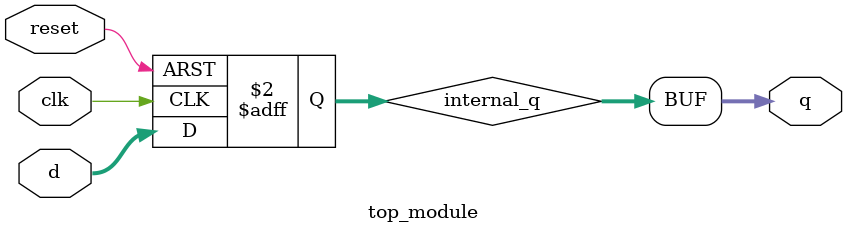
<source format=sv>
module top_module(
	input clk,
	input [7:0] d,
	input reset,
	output reg [7:0] q);
	
	reg [7:0] internal_q;
	
	always @(posedge clk or posedge reset) begin
		if (reset)
			internal_q <= 0;
		else
			internal_q <= d;
	end
	
	assign q = internal_q;
endmodule

</source>
